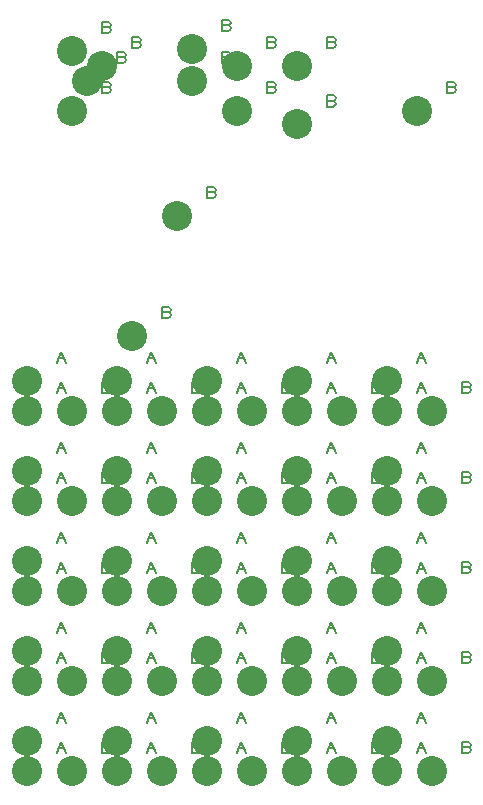
<source format=gbr>
%FSLAX23Y23*%
%MOIN*%
G04 EasyPC Gerber Version 17.0 Build 3379 *
%ADD70C,0.00500*%
%ADD19C,0.10000*%
X0Y0D02*
D02*
D19*
X903Y203D03*
Y303D03*
Y502D03*
Y603D03*
Y803D03*
Y903D03*
Y1103D03*
Y1202D03*
Y1403D03*
Y1503D03*
X1053Y203D03*
Y502D03*
Y803D03*
Y1103D03*
Y1403D03*
Y2403D03*
Y2603D03*
X1103Y2503D03*
X1153Y2553D03*
X1203Y203D03*
Y303D03*
Y502D03*
Y603D03*
Y803D03*
Y903D03*
Y1103D03*
Y1202D03*
Y1403D03*
Y1503D03*
X1253Y1653D03*
X1353Y203D03*
Y502D03*
Y803D03*
Y1103D03*
Y1403D03*
X1403Y2053D03*
X1453Y2503D03*
Y2610D03*
X1503Y203D03*
Y303D03*
Y502D03*
Y603D03*
Y803D03*
Y903D03*
Y1103D03*
Y1202D03*
Y1403D03*
Y1503D03*
X1603Y2403D03*
Y2553D03*
X1653Y203D03*
Y502D03*
Y803D03*
Y1103D03*
Y1403D03*
X1803Y203D03*
Y303D03*
Y502D03*
Y603D03*
Y803D03*
Y903D03*
Y1103D03*
Y1202D03*
Y1403D03*
Y1503D03*
Y2358D03*
Y2553D03*
X1953Y203D03*
Y502D03*
Y803D03*
Y1103D03*
Y1403D03*
X2103Y203D03*
Y303D03*
Y502D03*
Y603D03*
Y803D03*
Y903D03*
Y1103D03*
Y1202D03*
Y1403D03*
Y1503D03*
X2203Y2403D03*
X2253Y203D03*
Y502D03*
Y803D03*
Y1103D03*
Y1403D03*
D02*
D70*
X1003Y262D02*
X1019Y299D01*
X1034Y262*
X1009Y278D02*
X1028D01*
X1003Y362D02*
X1019Y399D01*
X1034Y362*
X1009Y378D02*
X1028D01*
X1003Y562D02*
X1019Y599D01*
X1034Y562*
X1009Y578D02*
X1028D01*
X1003Y662D02*
X1019Y699D01*
X1034Y662*
X1009Y678D02*
X1028D01*
X1003Y862D02*
X1019Y899D01*
X1034Y862*
X1009Y877D02*
X1028D01*
X1003Y962D02*
X1019Y999D01*
X1034Y962*
X1009Y978D02*
X1028D01*
X1003Y1162D02*
X1019Y1199D01*
X1034Y1162*
X1009Y1178D02*
X1028D01*
X1003Y1262D02*
X1019Y1299D01*
X1034Y1262*
X1009Y1278D02*
X1028D01*
X1003Y1462D02*
X1019Y1499D01*
X1034Y1462*
X1009Y1478D02*
X1028D01*
X1003Y1562D02*
X1019Y1599D01*
X1034Y1562*
X1009Y1578D02*
X1028D01*
X1175Y281D02*
X1181Y278D01*
X1184Y271*
X1181Y265*
X1175Y262*
X1153*
Y299*
X1175*
X1181Y296*
X1184Y290*
X1181Y284*
X1175Y281*
X1153*
X1175Y581D02*
X1181Y578D01*
X1184Y571*
X1181Y565*
X1175Y562*
X1153*
Y599*
X1175*
X1181Y596*
X1184Y590*
X1181Y584*
X1175Y581*
X1153*
X1175Y881D02*
X1181Y877D01*
X1184Y871*
X1181Y865*
X1175Y862*
X1153*
Y899*
X1175*
X1181Y896*
X1184Y890*
X1181Y884*
X1175Y881*
X1153*
X1175Y1181D02*
X1181Y1178D01*
X1184Y1171*
X1181Y1165*
X1175Y1162*
X1153*
Y1199*
X1175*
X1181Y1196*
X1184Y1190*
X1181Y1184*
X1175Y1181*
X1153*
X1175Y1481D02*
X1181Y1478D01*
X1184Y1471*
X1181Y1465*
X1175Y1462*
X1153*
Y1499*
X1175*
X1181Y1496*
X1184Y1490*
X1181Y1484*
X1175Y1481*
X1153*
X1175Y2481D02*
X1181Y2478D01*
X1184Y2471*
X1181Y2465*
X1175Y2462*
X1153*
Y2499*
X1175*
X1181Y2496*
X1184Y2490*
X1181Y2484*
X1175Y2481*
X1153*
X1175Y2681D02*
X1181Y2678D01*
X1184Y2671*
X1181Y2665*
X1175Y2662*
X1153*
Y2699*
X1175*
X1181Y2696*
X1184Y2690*
X1181Y2684*
X1175Y2681*
X1153*
X1225Y2581D02*
X1231Y2578D01*
X1234Y2571*
X1231Y2565*
X1225Y2562*
X1203*
Y2599*
X1225*
X1231Y2596*
X1234Y2590*
X1231Y2584*
X1225Y2581*
X1203*
X1275Y2631D02*
X1281Y2628D01*
X1284Y2621*
X1281Y2615*
X1275Y2612*
X1253*
Y2649*
X1275*
X1281Y2646*
X1284Y2640*
X1281Y2634*
X1275Y2631*
X1253*
X1303Y262D02*
X1319Y299D01*
X1334Y262*
X1309Y278D02*
X1328D01*
X1303Y362D02*
X1319Y399D01*
X1334Y362*
X1309Y378D02*
X1328D01*
X1303Y562D02*
X1319Y599D01*
X1334Y562*
X1309Y578D02*
X1328D01*
X1303Y662D02*
X1319Y699D01*
X1334Y662*
X1309Y678D02*
X1328D01*
X1303Y862D02*
X1319Y899D01*
X1334Y862*
X1309Y877D02*
X1328D01*
X1303Y962D02*
X1319Y999D01*
X1334Y962*
X1309Y978D02*
X1328D01*
X1303Y1162D02*
X1319Y1199D01*
X1334Y1162*
X1309Y1178D02*
X1328D01*
X1303Y1262D02*
X1319Y1299D01*
X1334Y1262*
X1309Y1278D02*
X1328D01*
X1303Y1462D02*
X1319Y1499D01*
X1334Y1462*
X1309Y1478D02*
X1328D01*
X1303Y1562D02*
X1319Y1599D01*
X1334Y1562*
X1309Y1578D02*
X1328D01*
X1375Y1731D02*
X1381Y1728D01*
X1384Y1721*
X1381Y1715*
X1375Y1712*
X1353*
Y1749*
X1375*
X1381Y1746*
X1384Y1740*
X1381Y1734*
X1375Y1731*
X1353*
X1475Y281D02*
X1481Y278D01*
X1484Y271*
X1481Y265*
X1475Y262*
X1453*
Y299*
X1475*
X1481Y296*
X1484Y290*
X1481Y284*
X1475Y281*
X1453*
X1475Y581D02*
X1481Y578D01*
X1484Y571*
X1481Y565*
X1475Y562*
X1453*
Y599*
X1475*
X1481Y596*
X1484Y590*
X1481Y584*
X1475Y581*
X1453*
X1475Y881D02*
X1481Y877D01*
X1484Y871*
X1481Y865*
X1475Y862*
X1453*
Y899*
X1475*
X1481Y896*
X1484Y890*
X1481Y884*
X1475Y881*
X1453*
X1475Y1181D02*
X1481Y1178D01*
X1484Y1171*
X1481Y1165*
X1475Y1162*
X1453*
Y1199*
X1475*
X1481Y1196*
X1484Y1190*
X1481Y1184*
X1475Y1181*
X1453*
X1475Y1481D02*
X1481Y1478D01*
X1484Y1471*
X1481Y1465*
X1475Y1462*
X1453*
Y1499*
X1475*
X1481Y1496*
X1484Y1490*
X1481Y1484*
X1475Y1481*
X1453*
X1525Y2131D02*
X1531Y2128D01*
X1534Y2121*
X1531Y2115*
X1525Y2112*
X1503*
Y2149*
X1525*
X1531Y2146*
X1534Y2140*
X1531Y2134*
X1525Y2131*
X1503*
X1575Y2581D02*
X1581Y2578D01*
X1584Y2571*
X1581Y2565*
X1575Y2562*
X1553*
Y2599*
X1575*
X1581Y2596*
X1584Y2590*
X1581Y2584*
X1575Y2581*
X1553*
X1575Y2688D02*
X1581Y2685D01*
X1584Y2679*
X1581Y2672*
X1575Y2669*
X1553*
Y2707*
X1575*
X1581Y2704*
X1584Y2697*
X1581Y2691*
X1575Y2688*
X1553*
X1603Y262D02*
X1619Y299D01*
X1634Y262*
X1609Y278D02*
X1628D01*
X1603Y362D02*
X1619Y399D01*
X1634Y362*
X1609Y378D02*
X1628D01*
X1603Y562D02*
X1619Y599D01*
X1634Y562*
X1609Y578D02*
X1628D01*
X1603Y662D02*
X1619Y699D01*
X1634Y662*
X1609Y678D02*
X1628D01*
X1603Y862D02*
X1619Y899D01*
X1634Y862*
X1609Y877D02*
X1628D01*
X1603Y962D02*
X1619Y999D01*
X1634Y962*
X1609Y978D02*
X1628D01*
X1603Y1162D02*
X1619Y1199D01*
X1634Y1162*
X1609Y1178D02*
X1628D01*
X1603Y1262D02*
X1619Y1299D01*
X1634Y1262*
X1609Y1278D02*
X1628D01*
X1603Y1462D02*
X1619Y1499D01*
X1634Y1462*
X1609Y1478D02*
X1628D01*
X1603Y1562D02*
X1619Y1599D01*
X1634Y1562*
X1609Y1578D02*
X1628D01*
X1725Y2481D02*
X1731Y2478D01*
X1734Y2471*
X1731Y2465*
X1725Y2462*
X1703*
Y2499*
X1725*
X1731Y2496*
X1734Y2490*
X1731Y2484*
X1725Y2481*
X1703*
X1725Y2631D02*
X1731Y2628D01*
X1734Y2621*
X1731Y2615*
X1725Y2612*
X1703*
Y2649*
X1725*
X1731Y2646*
X1734Y2640*
X1731Y2634*
X1725Y2631*
X1703*
X1775Y281D02*
X1781Y278D01*
X1784Y271*
X1781Y265*
X1775Y262*
X1753*
Y299*
X1775*
X1781Y296*
X1784Y290*
X1781Y284*
X1775Y281*
X1753*
X1775Y581D02*
X1781Y578D01*
X1784Y571*
X1781Y565*
X1775Y562*
X1753*
Y599*
X1775*
X1781Y596*
X1784Y590*
X1781Y584*
X1775Y581*
X1753*
X1775Y881D02*
X1781Y877D01*
X1784Y871*
X1781Y865*
X1775Y862*
X1753*
Y899*
X1775*
X1781Y896*
X1784Y890*
X1781Y884*
X1775Y881*
X1753*
X1775Y1181D02*
X1781Y1178D01*
X1784Y1171*
X1781Y1165*
X1775Y1162*
X1753*
Y1199*
X1775*
X1781Y1196*
X1784Y1190*
X1781Y1184*
X1775Y1181*
X1753*
X1775Y1481D02*
X1781Y1478D01*
X1784Y1471*
X1781Y1465*
X1775Y1462*
X1753*
Y1499*
X1775*
X1781Y1496*
X1784Y1490*
X1781Y1484*
X1775Y1481*
X1753*
X1903Y262D02*
X1919Y299D01*
X1934Y262*
X1909Y278D02*
X1928D01*
X1903Y362D02*
X1919Y399D01*
X1934Y362*
X1909Y378D02*
X1928D01*
X1903Y562D02*
X1919Y599D01*
X1934Y562*
X1909Y578D02*
X1928D01*
X1903Y662D02*
X1919Y699D01*
X1934Y662*
X1909Y678D02*
X1928D01*
X1903Y862D02*
X1919Y899D01*
X1934Y862*
X1909Y877D02*
X1928D01*
X1903Y962D02*
X1919Y999D01*
X1934Y962*
X1909Y978D02*
X1928D01*
X1903Y1162D02*
X1919Y1199D01*
X1934Y1162*
X1909Y1178D02*
X1928D01*
X1903Y1262D02*
X1919Y1299D01*
X1934Y1262*
X1909Y1278D02*
X1928D01*
X1903Y1462D02*
X1919Y1499D01*
X1934Y1462*
X1909Y1478D02*
X1928D01*
X1903Y1562D02*
X1919Y1599D01*
X1934Y1562*
X1909Y1578D02*
X1928D01*
X1925Y2436D02*
X1931Y2433D01*
X1934Y2427*
X1931Y2421*
X1925Y2417*
X1903*
Y2455*
X1925*
X1931Y2452*
X1934Y2446*
X1931Y2439*
X1925Y2436*
X1903*
X1925Y2631D02*
X1931Y2628D01*
X1934Y2621*
X1931Y2615*
X1925Y2612*
X1903*
Y2649*
X1925*
X1931Y2646*
X1934Y2640*
X1931Y2634*
X1925Y2631*
X1903*
X2075Y281D02*
X2081Y278D01*
X2084Y271*
X2081Y265*
X2075Y262*
X2053*
Y299*
X2075*
X2081Y296*
X2084Y290*
X2081Y284*
X2075Y281*
X2053*
X2075Y581D02*
X2081Y578D01*
X2084Y571*
X2081Y565*
X2075Y562*
X2053*
Y599*
X2075*
X2081Y596*
X2084Y590*
X2081Y584*
X2075Y581*
X2053*
X2075Y881D02*
X2081Y877D01*
X2084Y871*
X2081Y865*
X2075Y862*
X2053*
Y899*
X2075*
X2081Y896*
X2084Y890*
X2081Y884*
X2075Y881*
X2053*
X2075Y1181D02*
X2081Y1178D01*
X2084Y1171*
X2081Y1165*
X2075Y1162*
X2053*
Y1199*
X2075*
X2081Y1196*
X2084Y1190*
X2081Y1184*
X2075Y1181*
X2053*
X2075Y1481D02*
X2081Y1478D01*
X2084Y1471*
X2081Y1465*
X2075Y1462*
X2053*
Y1499*
X2075*
X2081Y1496*
X2084Y1490*
X2081Y1484*
X2075Y1481*
X2053*
X2203Y262D02*
X2219Y299D01*
X2234Y262*
X2209Y278D02*
X2228D01*
X2203Y362D02*
X2219Y399D01*
X2234Y362*
X2209Y378D02*
X2228D01*
X2203Y562D02*
X2219Y599D01*
X2234Y562*
X2209Y578D02*
X2228D01*
X2203Y662D02*
X2219Y699D01*
X2234Y662*
X2209Y678D02*
X2228D01*
X2203Y862D02*
X2219Y899D01*
X2234Y862*
X2209Y877D02*
X2228D01*
X2203Y962D02*
X2219Y999D01*
X2234Y962*
X2209Y978D02*
X2228D01*
X2203Y1162D02*
X2219Y1199D01*
X2234Y1162*
X2209Y1178D02*
X2228D01*
X2203Y1262D02*
X2219Y1299D01*
X2234Y1262*
X2209Y1278D02*
X2228D01*
X2203Y1462D02*
X2219Y1499D01*
X2234Y1462*
X2209Y1478D02*
X2228D01*
X2203Y1562D02*
X2219Y1599D01*
X2234Y1562*
X2209Y1578D02*
X2228D01*
X2325Y2481D02*
X2331Y2478D01*
X2334Y2471*
X2331Y2465*
X2325Y2462*
X2303*
Y2499*
X2325*
X2331Y2496*
X2334Y2490*
X2331Y2484*
X2325Y2481*
X2303*
X2375Y281D02*
X2381Y278D01*
X2384Y271*
X2381Y265*
X2375Y262*
X2353*
Y299*
X2375*
X2381Y296*
X2384Y290*
X2381Y284*
X2375Y281*
X2353*
X2375Y581D02*
X2381Y578D01*
X2384Y571*
X2381Y565*
X2375Y562*
X2353*
Y599*
X2375*
X2381Y596*
X2384Y590*
X2381Y584*
X2375Y581*
X2353*
X2375Y881D02*
X2381Y877D01*
X2384Y871*
X2381Y865*
X2375Y862*
X2353*
Y899*
X2375*
X2381Y896*
X2384Y890*
X2381Y884*
X2375Y881*
X2353*
X2375Y1181D02*
X2381Y1178D01*
X2384Y1171*
X2381Y1165*
X2375Y1162*
X2353*
Y1199*
X2375*
X2381Y1196*
X2384Y1190*
X2381Y1184*
X2375Y1181*
X2353*
X2375Y1481D02*
X2381Y1478D01*
X2384Y1471*
X2381Y1465*
X2375Y1462*
X2353*
Y1499*
X2375*
X2381Y1496*
X2384Y1490*
X2381Y1484*
X2375Y1481*
X2353*
X0Y0D02*
M02*

</source>
